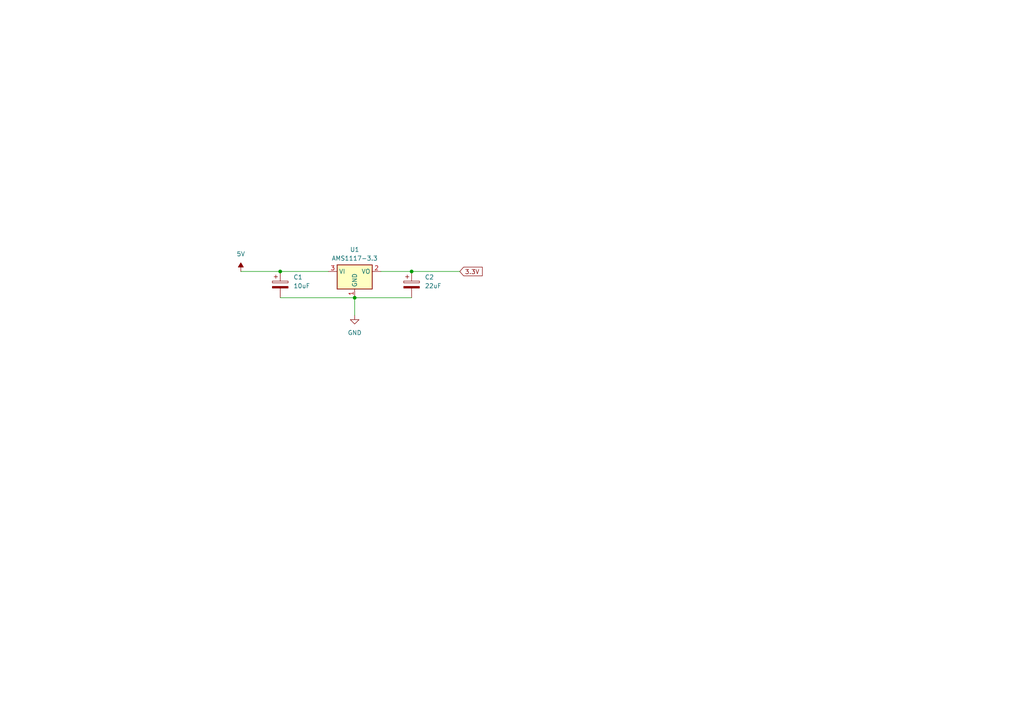
<source format=kicad_sch>
(kicad_sch (version 20231120) (generator "eeschema") (generator_version "8.0")
  (paper "A4")
  (lib_symbols
    (symbol "Device:C_Polarized" (pin_numbers hide) (pin_names (offset 0.254))
      (property "Reference" "C" (at 0.635 2.54 0))
      (property "Value" "C_Polarized" (at 0.635 -2.54 0))
      (symbol "C_Polarized_0_1"
        (rectangle (start -2.286 0.508) (end 2.286 1.016))
        (polyline (pts (xy -1.778 2.286) (xy -0.762 2.286)))
        (polyline (pts (xy -1.27 2.794) (xy -1.27 1.778)))
        (rectangle (start 2.286 -0.508) (end -2.286 -1.016) (fill (type outline)))
      )
      (symbol "C_Polarized_1_1"
        (pin passive line (at 0 3.81 270) (length 2.794) (name "~") (number "1"))
        (pin passive line (at 0 -3.81 90) (length 2.794) (name "~") (number "2"))
      )
    )
    (symbol "Regulator_Linear:AMS1117-3.3"
      (property "Reference" "U" (at -3.81 3.175 0))
      (property "Value" "AMS1117-3.3" (at 0 3.175 0))
      (symbol "AMS1117-3.3_0_1"
        (rectangle (start -5.08 -5.08) (end 5.08 1.905) (stroke (width 0.254)) (fill (type background)))
      )
      (symbol "AMS1117-3.3_1_1"
        (pin power_in line (at 0 -7.62 90) (length 2.54) (name "GND") (number "1"))
        (pin power_out line (at 7.62 0 180) (length 2.54) (name "VO") (number "2"))
        (pin power_in line (at -7.62 0 0) (length 2.54) (name "VI") (number "3"))
      )
    )
    (symbol "power:-5V" (power) (pin_numbers hide) (pin_names (offset 0) hide)
      (property "Value" "-5V" (at 0 3.556 0))
      (symbol "-5V_0_0"
        (pin power_in line (at 0 0 90) (length 0) (name "~") (number "1"))
      )
      (symbol "-5V_0_1"
        (polyline (pts (xy 0 0) (xy 0 1.27) (xy 0.762 1.27) (xy 0 2.54) (xy -0.762 1.27) (xy 0 1.27)) (fill (type outline)))
      )
    )
    (symbol "power:GND" (power) (pin_numbers hide) (pin_names (offset 0) hide)
      (property "Value" "GND" (at 0 -3.81 0))
      (symbol "GND_0_1"
        (polyline (pts (xy 0 0) (xy 0 -1.27) (xy 1.27 -1.27) (xy 0 -2.54) (xy -1.27 -1.27) (xy 0 -1.27)))
      )
      (symbol "GND_1_1"
        (pin power_in line (at 0 0 270) (length 0) (name "~") (number "1"))
      )
    )
  )
  (junction (at 102.87 86.36))
  (junction (at 119.38 78.74))
  (junction (at 81.28 78.74))
  (wire (pts (xy 119.38 78.74) (xy 133.35 78.74)))
  (wire (pts (xy 81.28 78.74) (xy 95.25 78.74)))
  (wire (pts (xy 69.85 78.74) (xy 81.28 78.74)))
  (wire (pts (xy 102.87 86.36) (xy 102.87 91.44)))
  (wire (pts (xy 102.87 86.36) (xy 119.38 86.36)))
  (wire (pts (xy 81.28 86.36) (xy 102.87 86.36)))
  (wire (pts (xy 110.49 78.74) (xy 119.38 78.74)))
  (global_label "3.3V" (shape input) (at 133.35 78.74 0) (property "Intersheetrefs" "${INTERSHEET_REFS}" (effects (hide yes))))
  (symbol (lib_id "Device:C_Polarized") (at 119.38 82.55 0) (unit 1)
    (property "Reference" "C2" (at 123.19 80.3909 0) (effects (justify left)))
    (property "Value" "22uF" (at 123.19 82.9309 0) (effects (justify left)))
    (property "Footprint" "Capacitor_THT:CP_Radial_D5.0mm_P2.50mm" (effects (hide yes)))
    (property "Description" "Polarized capacitor" (effects (hide yes)))
  )
  (symbol (lib_id "power:GND") (at 102.87 91.44 0) (unit 1)
    (property "Reference" "#PWR02" (effects (hide yes)))
    (property "Value" "GND" (at 102.87 96.52 0))
    (property "Description" "Power symbol creates a global label with name \"GND\" , ground" (effects (hide yes)))
  )
  (symbol (lib_id "Regulator_Linear:AMS1117-3.3") (at 102.87 78.74 0) (unit 1)
    (property "Reference" "U1" (at 102.87 72.39 0))
    (property "Value" "AMS1117-3.3" (at 102.87 74.93 0))
    (property "Footprint" "Package_TO_SOT_SMD:SOT-223-3_TabPin2" (effects (hide yes)))
    (property "Datasheet" "http://www.advanced-monolithic.com/pdf/ds1117.pdf" (effects (hide yes)))
    (property "Description" "1A Low Dropout regulator, positive, 3.3V fixed output, SOT-223" (effects (hide yes)))
  )
  (symbol (lib_id "power:-5V") (at 69.85 78.74 0) (unit 1)
    (property "Reference" "#PWR01" (effects (hide yes)))
    (property "Value" "5V" (at 69.85 73.66 0))
    (property "Description" "Power symbol creates a global label with name \"-5V\"" (effects (hide yes)))
  )
  (symbol (lib_id "Device:C_Polarized") (at 81.28 82.55 0) (unit 1)
    (property "Reference" "C1" (at 85.09 80.3909 0) (effects (justify left)))
    (property "Value" "10uF" (at 85.09 82.9309 0) (effects (justify left)))
    (property "Footprint" "Capacitor_THT:CP_Radial_D6.3mm_P2.50mm" (effects (hide yes)))
    (property "Description" "Polarized capacitor" (effects (hide yes)))
  )
)
</source>
